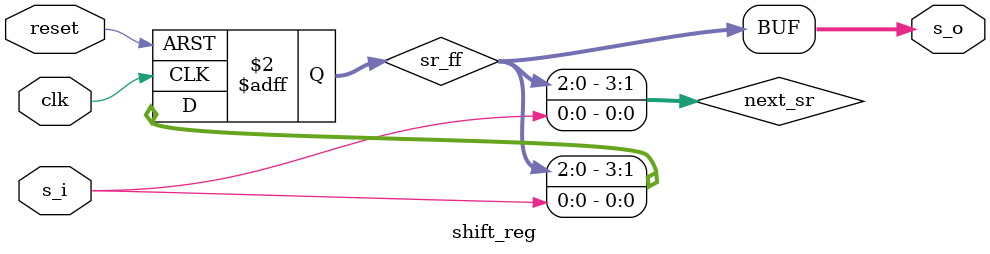
<source format=sv>
module shift_reg (
input wire clk,
input wire reset,
input wire s_i,
output wire[3:0] s_o
);

logic[3:0] sr_ff;
logic[3:0] next_sr;

assign next_sr = {sr_ff[2:0],s_i};

always_ff @(posedge clk or posedge reset)
if (reset)
sr_ff <= 4'b0;
else
sr_ff <= next_sr;

assign s_o = sr_ff;

endmodule


</source>
